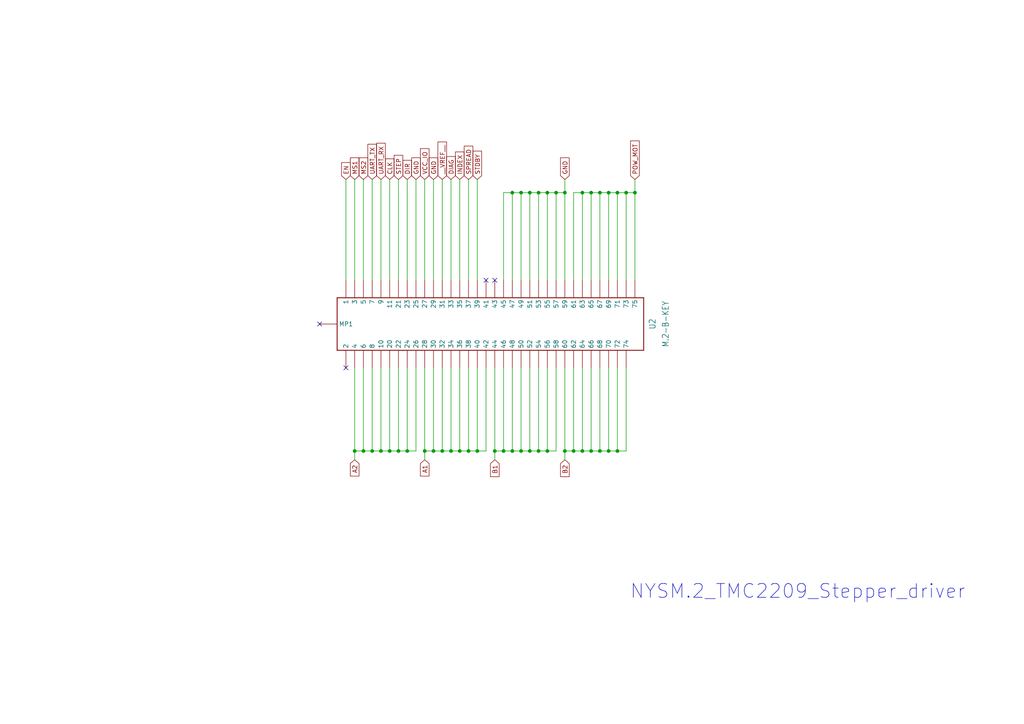
<source format=kicad_sch>
(kicad_sch (version 20231120) (generator "eeschema") (generator_version "8.0")
  (paper "A4")
  (title_block (title "NYSM.2 TMC2209 Module") (date "2024-10-22") (rev "2") (company "Boltz R&D") (comment 1 "License: This work is licensed under GPLV3"))
  (lib_symbols
    (symbol "M.2-Templates-eagle-import:M.2-B-KEY"
      (property "Value" "M.2-B-KEY" (at 8.89 -2.54 0))
      (symbol "M.2-B-KEY_1_0"
        (polyline (pts (xy 0 0) (xy 0 88.9)) (stroke (width 0.254)))
        (polyline (pts (xy 0 0) (xy 15.24 0)) (stroke (width 0.254)))
        (polyline (pts (xy 15.24 88.9) (xy 0 88.9)) (stroke (width 0.254)))
        (polyline (pts (xy 15.24 88.9) (xy 15.24 0)) (stroke (width 0.254)))
        (pin bidirectional line (at 7.62 93.98 270) (length 5.08) (name "MP1") (number "MOUNTING-HOLE"))
        (pin bidirectional line (at 20.32 86.36 180) (length 5.08) (name "1") (number "P$1"))
        (pin bidirectional line (at -5.08 76.2 0) (length 5.08) (name "10") (number "P$10"))
        (pin bidirectional line (at 20.32 73.66 180) (length 5.08) (name "11") (number "P$11"))
        (pin bidirectional line (at -5.08 86.36 0) (length 5.08) (name "2") (number "P$2"))
        (pin bidirectional line (at -5.08 73.66 0) (length 5.08) (name "20") (number "P$20"))
        (pin bidirectional line (at 20.32 71.12 180) (length 5.08) (name "21") (number "P$21"))
        (pin bidirectional line (at -5.08 71.12 0) (length 5.08) (name "22") (number "P$22"))
        (pin bidirectional line (at 20.32 68.58 180) (length 5.08) (name "23") (number "P$23"))
        (pin bidirectional line (at -5.08 68.58 0) (length 5.08) (name "24") (number "P$24"))
        (pin bidirectional line (at 20.32 66.04 180) (length 5.08) (name "25") (number "P$25"))
        (pin bidirectional line (at -5.08 66.04 0) (length 5.08) (name "26") (number "P$26"))
        (pin bidirectional line (at 20.32 63.5 180) (length 5.08) (name "27") (number "P$27"))
        (pin bidirectional line (at -5.08 63.5 0) (length 5.08) (name "28") (number "P$28"))
        (pin bidirectional line (at 20.32 60.96 180) (length 5.08) (name "29") (number "P$29"))
        (pin bidirectional line (at 20.32 83.82 180) (length 5.08) (name "3") (number "P$3"))
        (pin bidirectional line (at -5.08 60.96 0) (length 5.08) (name "30") (number "P$30"))
        (pin bidirectional line (at 20.32 58.42 180) (length 5.08) (name "31") (number "P$31"))
        (pin bidirectional line (at -5.08 58.42 0) (length 5.08) (name "32") (number "P$32"))
        (pin bidirectional line (at 20.32 55.88 180) (length 5.08) (name "33") (number "P$33"))
        (pin bidirectional line (at -5.08 55.88 0) (length 5.08) (name "34") (number "P$34"))
        (pin bidirectional line (at 20.32 53.34 180) (length 5.08) (name "35") (number "P$35"))
        (pin bidirectional line (at -5.08 53.34 0) (length 5.08) (name "36") (number "P$36"))
        (pin bidirectional line (at 20.32 50.8 180) (length 5.08) (name "37") (number "P$37"))
        (pin bidirectional line (at -5.08 50.8 0) (length 5.08) (name "38") (number "P$38"))
        (pin bidirectional line (at 20.32 48.26 180) (length 5.08) (name "39") (number "P$39"))
        (pin bidirectional line (at -5.08 83.82 0) (length 5.08) (name "4") (number "P$4"))
        (pin bidirectional line (at -5.08 48.26 0) (length 5.08) (name "40") (number "P$40"))
        (pin bidirectional line (at 20.32 45.72 180) (length 5.08) (name "41") (number "P$41"))
        (pin bidirectional line (at -5.08 45.72 0) (length 5.08) (name "42") (number "P$42"))
        (pin bidirectional line (at 20.32 43.18 180) (length 5.08) (name "43") (number "P$43"))
        (pin bidirectional line (at -5.08 43.18 0) (length 5.08) (name "44") (number "P$44"))
        (pin bidirectional line (at 20.32 40.64 180) (length 5.08) (name "45") (number "P$45"))
        (pin bidirectional line (at -5.08 40.64 0) (length 5.08) (name "46") (number "P$46"))
        (pin bidirectional line (at 20.32 38.1 180) (length 5.08) (name "47") (number "P$47"))
        (pin bidirectional line (at -5.08 38.1 0) (length 5.08) (name "48") (number "P$48"))
        (pin bidirectional line (at 20.32 35.56 180) (length 5.08) (name "49") (number "P$49"))
        (pin bidirectional line (at 20.32 81.28 180) (length 5.08) (name "5") (number "P$5"))
        (pin bidirectional line (at -5.08 35.56 0) (length 5.08) (name "50") (number "P$50"))
        (pin bidirectional line (at 20.32 33.02 180) (length 5.08) (name "51") (number "P$51"))
        (pin bidirectional line (at -5.08 33.02 0) (length 5.08) (name "52") (number "P$52"))
        (pin bidirectional line (at 20.32 30.48 180) (length 5.08) (name "53") (number "P$53"))
        (pin bidirectional line (at -5.08 30.48 0) (length 5.08) (name "54") (number "P$54"))
        (pin bidirectional line (at 20.32 27.94 180) (length 5.08) (name "55") (number "P$55"))
        (pin bidirectional line (at -5.08 27.94 0) (length 5.08) (name "56") (number "P$56"))
        (pin bidirectional line (at 20.32 25.4 180) (length 5.08) (name "57") (number "P$57"))
        (pin bidirectional line (at -5.08 25.4 0) (length 5.08) (name "58") (number "P$58"))
        (pin bidirectional line (at 20.32 22.86 180) (length 5.08) (name "59") (number "P$59"))
        (pin bidirectional line (at -5.08 81.28 0) (length 5.08) (name "6") (number "P$6"))
        (pin bidirectional line (at -5.08 22.86 0) (length 5.08) (name "60") (number "P$60"))
        (pin bidirectional line (at 20.32 20.32 180) (length 5.08) (name "61") (number "P$61"))
        (pin bidirectional line (at -5.08 20.32 0) (length 5.08) (name "62") (number "P$62"))
        (pin bidirectional line (at 20.32 17.78 180) (length 5.08) (name "63") (number "P$63"))
        (pin bidirectional line (at -5.08 17.78 0) (length 5.08) (name "64") (number "P$64"))
        (pin bidirectional line (at 20.32 15.24 180) (length 5.08) (name "65") (number "P$65"))
        (pin bidirectional line (at -5.08 15.24 0) (length 5.08) (name "66") (number "P$66"))
        (pin bidirectional line (at 20.32 12.7 180) (length 5.08) (name "67") (number "P$67"))
        (pin bidirectional line (at -5.08 12.7 0) (length 5.08) (name "68") (number "P$68"))
        (pin bidirectional line (at 20.32 10.16 180) (length 5.08) (name "69") (number "P$69"))
        (pin bidirectional line (at 20.32 78.74 180) (length 5.08) (name "7") (number "P$7"))
        (pin bidirectional line (at -5.08 10.16 0) (length 5.08) (name "70") (number "P$70"))
        (pin bidirectional line (at 20.32 7.62 180) (length 5.08) (name "71") (number "P$71"))
        (pin bidirectional line (at -5.08 7.62 0) (length 5.08) (name "72") (number "P$72"))
        (pin bidirectional line (at 20.32 5.08 180) (length 5.08) (name "73") (number "P$73"))
        (pin bidirectional line (at -5.08 5.08 0) (length 5.08) (name "74") (number "P$74"))
        (pin bidirectional line (at 20.32 2.54 180) (length 5.08) (name "75") (number "P$75"))
        (pin bidirectional line (at -5.08 78.74 0) (length 5.08) (name "8") (number "P$8"))
        (pin bidirectional line (at 20.32 76.2 180) (length 5.08) (name "9") (number "P$9"))
      )
    )
  )
  (junction (at 158.75 55.88))
  (junction (at 118.11 130.81))
  (junction (at 173.99 130.81))
  (junction (at 102.87 130.81))
  (junction (at 171.45 55.88))
  (junction (at 148.59 130.81))
  (junction (at 123.19 130.81))
  (junction (at 113.03 130.81))
  (junction (at 163.83 55.88))
  (junction (at 176.53 55.88))
  (junction (at 148.59 55.88))
  (junction (at 176.53 130.81))
  (junction (at 125.73 130.81))
  (junction (at 153.67 55.88))
  (junction (at 128.27 130.81))
  (junction (at 151.13 130.81))
  (junction (at 184.15 55.88))
  (junction (at 107.95 130.81))
  (junction (at 161.29 55.88))
  (junction (at 163.83 130.81))
  (junction (at 105.41 130.81))
  (junction (at 156.21 55.88))
  (junction (at 146.05 130.81))
  (junction (at 135.89 130.81))
  (junction (at 171.45 130.81))
  (junction (at 138.43 130.81))
  (junction (at 168.91 55.88))
  (junction (at 143.51 130.81))
  (junction (at 173.99 55.88))
  (junction (at 158.75 130.81))
  (junction (at 153.67 130.81))
  (junction (at 130.81 130.81))
  (junction (at 179.07 55.88))
  (junction (at 179.07 130.81))
  (junction (at 156.21 130.81))
  (junction (at 133.35 130.81))
  (junction (at 110.49 130.81))
  (junction (at 168.91 130.81))
  (junction (at 151.13 55.88))
  (junction (at 181.61 55.88))
  (junction (at 166.37 130.81))
  (junction (at 115.57 130.81))
  (no_connect (at 140.97 81.28))
  (no_connect (at 143.51 81.28))
  (no_connect (at 100.33 106.68))
  (no_connect (at 92.71 93.98))
  (wire (pts (xy 148.59 130.81) (xy 151.13 130.81)))
  (wire (pts (xy 110.49 52.07) (xy 110.49 81.28)))
  (wire (pts (xy 163.83 106.68) (xy 163.83 130.81)))
  (wire (pts (xy 173.99 81.28) (xy 173.99 55.88)))
  (wire (pts (xy 135.89 106.68) (xy 135.89 130.81)))
  (wire (pts (xy 130.81 52.07) (xy 130.81 81.28)))
  (wire (pts (xy 179.07 106.68) (xy 179.07 130.81)))
  (wire (pts (xy 146.05 81.28) (xy 146.05 55.88)))
  (wire (pts (xy 161.29 55.88) (xy 158.75 55.88)))
  (wire (pts (xy 143.51 130.81) (xy 143.51 133.35)))
  (wire (pts (xy 181.61 81.28) (xy 181.61 55.88)))
  (wire (pts (xy 146.05 55.88) (xy 148.59 55.88)))
  (wire (pts (xy 158.75 55.88) (xy 156.21 55.88)))
  (wire (pts (xy 138.43 52.07) (xy 138.43 81.28)))
  (wire (pts (xy 153.67 106.68) (xy 153.67 130.81)))
  (wire (pts (xy 166.37 130.81) (xy 168.91 130.81)))
  (wire (pts (xy 179.07 130.81) (xy 176.53 130.81)))
  (wire (pts (xy 156.21 106.68) (xy 156.21 130.81)))
  (wire (pts (xy 100.33 52.07) (xy 100.33 81.28)))
  (wire (pts (xy 115.57 106.68) (xy 115.57 130.81)))
  (wire (pts (xy 171.45 55.88) (xy 173.99 55.88)))
  (wire (pts (xy 156.21 130.81) (xy 153.67 130.81)))
  (wire (pts (xy 118.11 52.07) (xy 118.11 81.28)))
  (wire (pts (xy 130.81 130.81) (xy 128.27 130.81)))
  (wire (pts (xy 107.95 130.81) (xy 110.49 130.81)))
  (wire (pts (xy 168.91 55.88) (xy 171.45 55.88)))
  (wire (pts (xy 118.11 106.68) (xy 118.11 130.81)))
  (wire (pts (xy 135.89 52.07) (xy 135.89 81.28)))
  (wire (pts (xy 135.89 130.81) (xy 133.35 130.81)))
  (wire (pts (xy 151.13 130.81) (xy 153.67 130.81)))
  (wire (pts (xy 115.57 52.07) (xy 115.57 81.28)))
  (wire (pts (xy 158.75 55.88) (xy 158.75 81.28)))
  (wire (pts (xy 107.95 106.68) (xy 107.95 130.81)))
  (wire (pts (xy 151.13 55.88) (xy 151.13 81.28)))
  (wire (pts (xy 156.21 55.88) (xy 153.67 55.88)))
  (wire (pts (xy 176.53 106.68) (xy 176.53 130.81)))
  (wire (pts (xy 102.87 130.81) (xy 105.41 130.81)))
  (wire (pts (xy 171.45 81.28) (xy 171.45 55.88)))
  (wire (pts (xy 138.43 106.68) (xy 138.43 130.81)))
  (wire (pts (xy 166.37 55.88) (xy 168.91 55.88)))
  (wire (pts (xy 181.61 130.81) (xy 179.07 130.81)))
  (wire (pts (xy 184.15 55.88) (xy 184.15 81.28)))
  (wire (pts (xy 158.75 106.68) (xy 158.75 130.81)))
  (wire (pts (xy 148.59 55.88) (xy 151.13 55.88)))
  (wire (pts (xy 105.41 130.81) (xy 107.95 130.81)))
  (wire (pts (xy 140.97 106.68) (xy 140.97 130.81)))
  (wire (pts (xy 184.15 52.07) (xy 184.15 55.88)))
  (wire (pts (xy 173.99 106.68) (xy 173.99 130.81)))
  (wire (pts (xy 161.29 106.68) (xy 161.29 130.81)))
  (wire (pts (xy 143.51 106.68) (xy 143.51 130.81)))
  (wire (pts (xy 107.95 52.07) (xy 107.95 81.28)))
  (wire (pts (xy 110.49 106.68) (xy 110.49 130.81)))
  (wire (pts (xy 163.83 55.88) (xy 163.83 81.28)))
  (wire (pts (xy 113.03 52.07) (xy 113.03 81.28)))
  (wire (pts (xy 163.83 52.07) (xy 163.83 55.88)))
  (wire (pts (xy 130.81 130.81) (xy 133.35 130.81)))
  (wire (pts (xy 166.37 106.68) (xy 166.37 130.81)))
  (wire (pts (xy 171.45 130.81) (xy 168.91 130.81)))
  (wire (pts (xy 123.19 106.68) (xy 123.19 130.81)))
  (wire (pts (xy 179.07 55.88) (xy 181.61 55.88)))
  (wire (pts (xy 102.87 106.68) (xy 102.87 130.81)))
  (wire (pts (xy 102.87 52.07) (xy 102.87 81.28)))
  (wire (pts (xy 102.87 130.81) (xy 102.87 133.35)))
  (wire (pts (xy 130.81 106.68) (xy 130.81 130.81)))
  (wire (pts (xy 179.07 81.28) (xy 179.07 55.88)))
  (wire (pts (xy 166.37 55.88) (xy 166.37 81.28)))
  (wire (pts (xy 161.29 55.88) (xy 161.29 81.28)))
  (wire (pts (xy 153.67 81.28) (xy 153.67 55.88)))
  (wire (pts (xy 168.91 106.68) (xy 168.91 130.81)))
  (wire (pts (xy 128.27 52.07) (xy 128.27 81.28)))
  (wire (pts (xy 163.83 130.81) (xy 163.83 133.35)))
  (wire (pts (xy 168.91 55.88) (xy 168.91 81.28)))
  (wire (pts (xy 133.35 52.07) (xy 133.35 81.28)))
  (wire (pts (xy 181.61 106.68) (xy 181.61 130.81)))
  (wire (pts (xy 128.27 106.68) (xy 128.27 130.81)))
  (wire (pts (xy 173.99 55.88) (xy 176.53 55.88)))
  (wire (pts (xy 123.19 52.07) (xy 123.19 81.28)))
  (wire (pts (xy 148.59 81.28) (xy 148.59 55.88)))
  (wire (pts (xy 158.75 130.81) (xy 156.21 130.81)))
  (wire (pts (xy 133.35 106.68) (xy 133.35 130.81)))
  (wire (pts (xy 123.19 130.81) (xy 125.73 130.81)))
  (wire (pts (xy 105.41 106.68) (xy 105.41 130.81)))
  (wire (pts (xy 148.59 106.68) (xy 148.59 130.81)))
  (wire (pts (xy 123.19 130.81) (xy 123.19 133.35)))
  (wire (pts (xy 156.21 55.88) (xy 156.21 81.28)))
  (wire (pts (xy 120.65 52.07) (xy 120.65 81.28)))
  (wire (pts (xy 120.65 130.81) (xy 118.11 130.81)))
  (wire (pts (xy 125.73 52.07) (xy 125.73 81.28)))
  (wire (pts (xy 125.73 106.68) (xy 125.73 130.81)))
  (wire (pts (xy 115.57 130.81) (xy 113.03 130.81)))
  (wire (pts (xy 181.61 55.88) (xy 184.15 55.88)))
  (wire (pts (xy 110.49 130.81) (xy 113.03 130.81)))
  (wire (pts (xy 148.59 130.81) (xy 146.05 130.81)))
  (wire (pts (xy 113.03 106.68) (xy 113.03 130.81)))
  (wire (pts (xy 166.37 130.81) (xy 163.83 130.81)))
  (wire (pts (xy 176.53 81.28) (xy 176.53 55.88)))
  (wire (pts (xy 146.05 106.68) (xy 146.05 130.81)))
  (wire (pts (xy 171.45 130.81) (xy 173.99 130.81)))
  (wire (pts (xy 120.65 106.68) (xy 120.65 130.81)))
  (wire (pts (xy 118.11 130.81) (xy 115.57 130.81)))
  (wire (pts (xy 153.67 55.88) (xy 151.13 55.88)))
  (wire (pts (xy 105.41 52.07) (xy 105.41 81.28)))
  (wire (pts (xy 161.29 130.81) (xy 158.75 130.81)))
  (wire (pts (xy 146.05 130.81) (xy 143.51 130.81)))
  (wire (pts (xy 128.27 130.81) (xy 125.73 130.81)))
  (wire (pts (xy 138.43 130.81) (xy 135.89 130.81)))
  (wire (pts (xy 176.53 55.88) (xy 179.07 55.88)))
  (wire (pts (xy 176.53 130.81) (xy 173.99 130.81)))
  (wire (pts (xy 171.45 106.68) (xy 171.45 130.81)))
  (wire (pts (xy 163.83 55.88) (xy 161.29 55.88)))
  (wire (pts (xy 140.97 130.81) (xy 138.43 130.81)))
  (wire (pts (xy 151.13 106.68) (xy 151.13 130.81)))
  (text "NYSM.2_TMC2209_Stepper_driver" (at 182.626 173.99 0) (effects (font (size 4 4)) (justify left bottom)))
  (global_label "GND" (shape input) (at 163.83 52.07 90) (property "Intersheetrefs" "${INTERSHEET_REFS}" (effects (hide yes))))
  (global_label "GND" (shape input) (at 120.65 52.07 90) (property "Intersheetrefs" "${INTERSHEET_REFS}" (effects (hide yes))))
  (global_label "VCC_IO" (shape input) (at 123.19 52.07 90) (property "Intersheetrefs" "${INTERSHEET_REFS}" (effects (hide yes))))
  (global_label "A1" (shape input) (at 123.19 133.35 270) (property "Intersheetrefs" "${INTERSHEET_REFS}" (effects (hide yes))))
  (global_label "DIR" (shape input) (at 118.11 52.07 90) (property "Intersheetrefs" "${INTERSHEET_REFS}" (effects (hide yes))))
  (global_label "GND" (shape input) (at 125.73 52.07 90) (property "Intersheetrefs" "${INTERSHEET_REFS}" (effects (hide yes))))
  (global_label "UART_RX" (shape input) (at 110.49 52.07 90) (property "Intersheetrefs" "${INTERSHEET_REFS}" (effects (hide yes))))
  (global_label "A2" (shape input) (at 102.87 133.35 270) (property "Intersheetrefs" "${INTERSHEET_REFS}" (effects (hide yes))))
  (global_label "B1" (shape input) (at 143.51 133.35 270) (property "Intersheetrefs" "${INTERSHEET_REFS}" (effects (hide yes))))
  (global_label "POW_MOT" (shape input) (at 184.15 52.07 90) (property "Intersheetrefs" "${INTERSHEET_REFS}" (effects (hide yes))))
  (global_label "B2" (shape input) (at 163.83 133.35 270) (property "Intersheetrefs" "${INTERSHEET_REFS}" (effects (hide yes))))
  (global_label "MS2" (shape input) (at 105.41 52.07 90) (property "Intersheetrefs" "${INTERSHEET_REFS}" (effects (hide yes))))
  (global_label "CLK" (shape input) (at 113.03 52.07 90) (property "Intersheetrefs" "${INTERSHEET_REFS}" (effects (hide yes))))
  (global_label "STDBY" (shape input) (at 138.43 52.07 90) (property "Intersheetrefs" "${INTERSHEET_REFS}" (effects (hide yes))))
  (global_label "DIAG" (shape input) (at 130.81 52.07 90) (property "Intersheetrefs" "${INTERSHEET_REFS}" (effects (hide yes))))
  (global_label "STEP" (shape input) (at 115.57 52.07 90) (property "Intersheetrefs" "${INTERSHEET_REFS}" (effects (hide yes))))
  (global_label "INDEX" (shape input) (at 133.35 52.07 90) (property "Intersheetrefs" "${INTERSHEET_REFS}" (effects (hide yes))))
  (global_label "EN" (shape input) (at 100.33 52.07 90) (property "Intersheetrefs" "${INTERSHEET_REFS}" (effects (hide yes))))
  (global_label "__VREF__" (shape input) (at 128.27 52.07 90) (property "Intersheetrefs" "${INTERSHEET_REFS}" (effects (hide yes))))
  (global_label "UART_TX" (shape input) (at 107.95 52.07 90) (property "Intersheetrefs" "${INTERSHEET_REFS}" (effects (hide yes))))
  (global_label "MS1" (shape input) (at 102.87 52.07 90) (property "Intersheetrefs" "${INTERSHEET_REFS}" (effects (hide yes))))
  (global_label "SPREAD" (shape input) (at 135.89 52.07 90) (property "Intersheetrefs" "${INTERSHEET_REFS}" (effects (hide yes))))
  (symbol (lib_id "M.2-Templates-eagle-import:M.2-B-KEY") (at 186.69 101.6 90) (unit 1)
    (property "Reference" "U2" (at 189.23 93.98 0) (effects (font (size 1.778 1.5113))))
    (property "Value" "M.2-B-KEY" (at 193.04 93.98 0) (effects (font (size 1.778 1.5113))))
    (property "Footprint" "NYSM2-Card-B-Key:NYSM2-Card-B-Key" (effects (hide yes)))
  )
)
</source>
